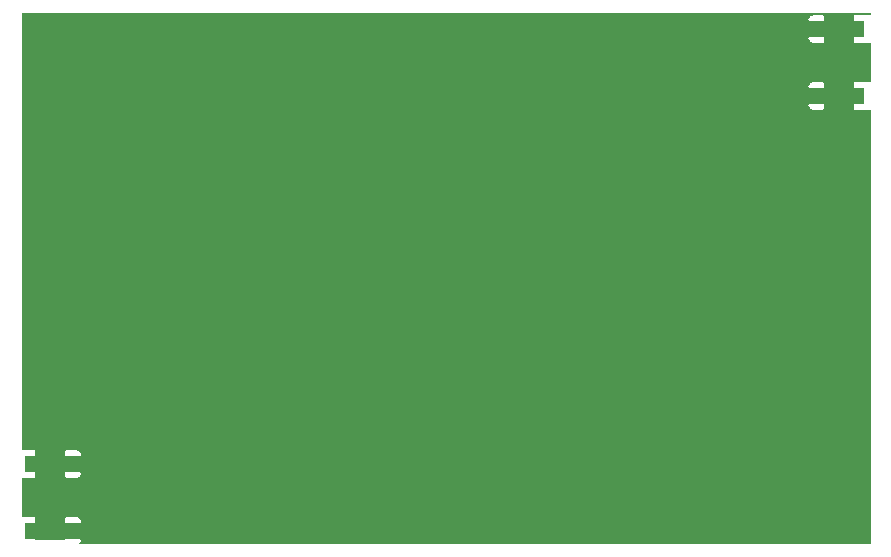
<source format=gbr>
%TF.GenerationSoftware,KiCad,Pcbnew,(5.1.5)-3*%
%TF.CreationDate,2020-11-10T23:28:25+01:00*%
%TF.ProjectId,Microstrip Filter,4d696372-6f73-4747-9269-702046696c74,1*%
%TF.SameCoordinates,Original*%
%TF.FileFunction,Copper,L2,Bot*%
%TF.FilePolarity,Positive*%
%FSLAX46Y46*%
G04 Gerber Fmt 4.6, Leading zero omitted, Abs format (unit mm)*
G04 Created by KiCad (PCBNEW (5.1.5)-3) date 2020-11-10 23:28:25*
%MOMM*%
%LPD*%
G04 APERTURE LIST*
%TA.AperFunction,SMDPad,CuDef*%
%ADD10R,4.200000X1.350000*%
%TD*%
%TA.AperFunction,Conductor*%
%ADD11C,0.100000*%
%TD*%
G04 APERTURE END LIST*
D10*
%TO.P,J1,2*%
%TO.N,GND*%
X30988000Y-66263000D03*
X30988000Y-71913000D03*
%TD*%
%TO.P,J2,2*%
%TO.N,GND*%
X97790000Y-29433000D03*
X97790000Y-35083000D03*
%TD*%
D11*
%TO.N,GND*%
G36*
X100409001Y-28212998D02*
G01*
X100013357Y-28212998D01*
X99989025Y-28206114D01*
X99879455Y-28197399D01*
X99149500Y-28200000D01*
X99136502Y-28212998D01*
X99030000Y-28212998D01*
X99030000Y-28319500D01*
X99010000Y-28339500D01*
X99010000Y-28808000D01*
X99030000Y-28808000D01*
X99030000Y-30058000D01*
X99010000Y-30058000D01*
X99010000Y-30526500D01*
X99030000Y-30546500D01*
X99030000Y-30653002D01*
X99136502Y-30653002D01*
X99149500Y-30666000D01*
X99879455Y-30668601D01*
X99989025Y-30659886D01*
X100013357Y-30653002D01*
X100409001Y-30653002D01*
X100409001Y-33862998D01*
X100013357Y-33862998D01*
X99989025Y-33856114D01*
X99879455Y-33847399D01*
X99149500Y-33850000D01*
X99136502Y-33862998D01*
X99030000Y-33862998D01*
X99030000Y-33969500D01*
X99010000Y-33989500D01*
X99010000Y-34458000D01*
X99030000Y-34458000D01*
X99030000Y-35708000D01*
X99010000Y-35708000D01*
X99010000Y-36176500D01*
X99030000Y-36196500D01*
X99030000Y-36303002D01*
X99136502Y-36303002D01*
X99149500Y-36316000D01*
X99879455Y-36318601D01*
X99989025Y-36309886D01*
X100013357Y-36303002D01*
X100409001Y-36303002D01*
X100409000Y-72977000D01*
X33489619Y-72977000D01*
X33548264Y-72908221D01*
X33601892Y-72812275D01*
X33635772Y-72707710D01*
X33646000Y-72677500D01*
X33506500Y-72538000D01*
X32208000Y-72538000D01*
X32208000Y-72588000D01*
X29768000Y-72588000D01*
X29768000Y-72538000D01*
X29748000Y-72538000D01*
X29748000Y-71288000D01*
X29768000Y-71288000D01*
X29768000Y-70819500D01*
X32208000Y-70819500D01*
X32208000Y-71288000D01*
X33506500Y-71288000D01*
X33646000Y-71148500D01*
X33635772Y-71118290D01*
X33601892Y-71013725D01*
X33548264Y-70917779D01*
X33476948Y-70834139D01*
X33390685Y-70766019D01*
X33292790Y-70716037D01*
X33187025Y-70686114D01*
X33077455Y-70677399D01*
X32347500Y-70680000D01*
X32208000Y-70819500D01*
X29768000Y-70819500D01*
X29748000Y-70799500D01*
X29748000Y-70692998D01*
X29641498Y-70692998D01*
X29628500Y-70680000D01*
X28898545Y-70677399D01*
X28788975Y-70686114D01*
X28764643Y-70692998D01*
X28623000Y-70692998D01*
X28623000Y-67483002D01*
X28764643Y-67483002D01*
X28788975Y-67489886D01*
X28898545Y-67498601D01*
X29628500Y-67496000D01*
X29641498Y-67483002D01*
X29748000Y-67483002D01*
X29748000Y-67376500D01*
X29768000Y-67356500D01*
X29768000Y-66888000D01*
X32208000Y-66888000D01*
X32208000Y-67356500D01*
X32347500Y-67496000D01*
X33077455Y-67498601D01*
X33187025Y-67489886D01*
X33292790Y-67459963D01*
X33390685Y-67409981D01*
X33476948Y-67341861D01*
X33548264Y-67258221D01*
X33601892Y-67162275D01*
X33635772Y-67057710D01*
X33646000Y-67027500D01*
X33506500Y-66888000D01*
X32208000Y-66888000D01*
X29768000Y-66888000D01*
X29748000Y-66888000D01*
X29748000Y-65638000D01*
X29768000Y-65638000D01*
X29768000Y-65169500D01*
X32208000Y-65169500D01*
X32208000Y-65638000D01*
X33506500Y-65638000D01*
X33646000Y-65498500D01*
X33635772Y-65468290D01*
X33601892Y-65363725D01*
X33548264Y-65267779D01*
X33476948Y-65184139D01*
X33390685Y-65116019D01*
X33292790Y-65066037D01*
X33187025Y-65036114D01*
X33077455Y-65027399D01*
X32347500Y-65030000D01*
X32208000Y-65169500D01*
X29768000Y-65169500D01*
X29748000Y-65149500D01*
X29748000Y-65042998D01*
X29641498Y-65042998D01*
X29628500Y-65030000D01*
X28898545Y-65027399D01*
X28788975Y-65036114D01*
X28764643Y-65042998D01*
X28623000Y-65042998D01*
X28623000Y-35847500D01*
X95132000Y-35847500D01*
X95142228Y-35877710D01*
X95176108Y-35982275D01*
X95229736Y-36078221D01*
X95301052Y-36161861D01*
X95387315Y-36229981D01*
X95485210Y-36279963D01*
X95590975Y-36309886D01*
X95700545Y-36318601D01*
X96430500Y-36316000D01*
X96570000Y-36176500D01*
X96570000Y-35708000D01*
X95271500Y-35708000D01*
X95132000Y-35847500D01*
X28623000Y-35847500D01*
X28623000Y-34318500D01*
X95132000Y-34318500D01*
X95271500Y-34458000D01*
X96570000Y-34458000D01*
X96570000Y-33989500D01*
X96430500Y-33850000D01*
X95700545Y-33847399D01*
X95590975Y-33856114D01*
X95485210Y-33886037D01*
X95387315Y-33936019D01*
X95301052Y-34004139D01*
X95229736Y-34087779D01*
X95176108Y-34183725D01*
X95142228Y-34288290D01*
X95132000Y-34318500D01*
X28623000Y-34318500D01*
X28623000Y-30197500D01*
X95132000Y-30197500D01*
X95142228Y-30227710D01*
X95176108Y-30332275D01*
X95229736Y-30428221D01*
X95301052Y-30511861D01*
X95387315Y-30579981D01*
X95485210Y-30629963D01*
X95590975Y-30659886D01*
X95700545Y-30668601D01*
X96430500Y-30666000D01*
X96570000Y-30526500D01*
X96570000Y-30058000D01*
X95271500Y-30058000D01*
X95132000Y-30197500D01*
X28623000Y-30197500D01*
X28623000Y-28668500D01*
X95132000Y-28668500D01*
X95271500Y-28808000D01*
X96570000Y-28808000D01*
X96570000Y-28339500D01*
X96430500Y-28200000D01*
X95700545Y-28197399D01*
X95590975Y-28206114D01*
X95485210Y-28236037D01*
X95387315Y-28286019D01*
X95301052Y-28354139D01*
X95229736Y-28437779D01*
X95176108Y-28533725D01*
X95142228Y-28638290D01*
X95132000Y-28668500D01*
X28623000Y-28668500D01*
X28623000Y-28115000D01*
X100409001Y-28115000D01*
X100409001Y-28212998D01*
G37*
X100409001Y-28212998D02*
X100013357Y-28212998D01*
X99989025Y-28206114D01*
X99879455Y-28197399D01*
X99149500Y-28200000D01*
X99136502Y-28212998D01*
X99030000Y-28212998D01*
X99030000Y-28319500D01*
X99010000Y-28339500D01*
X99010000Y-28808000D01*
X99030000Y-28808000D01*
X99030000Y-30058000D01*
X99010000Y-30058000D01*
X99010000Y-30526500D01*
X99030000Y-30546500D01*
X99030000Y-30653002D01*
X99136502Y-30653002D01*
X99149500Y-30666000D01*
X99879455Y-30668601D01*
X99989025Y-30659886D01*
X100013357Y-30653002D01*
X100409001Y-30653002D01*
X100409001Y-33862998D01*
X100013357Y-33862998D01*
X99989025Y-33856114D01*
X99879455Y-33847399D01*
X99149500Y-33850000D01*
X99136502Y-33862998D01*
X99030000Y-33862998D01*
X99030000Y-33969500D01*
X99010000Y-33989500D01*
X99010000Y-34458000D01*
X99030000Y-34458000D01*
X99030000Y-35708000D01*
X99010000Y-35708000D01*
X99010000Y-36176500D01*
X99030000Y-36196500D01*
X99030000Y-36303002D01*
X99136502Y-36303002D01*
X99149500Y-36316000D01*
X99879455Y-36318601D01*
X99989025Y-36309886D01*
X100013357Y-36303002D01*
X100409001Y-36303002D01*
X100409000Y-72977000D01*
X33489619Y-72977000D01*
X33548264Y-72908221D01*
X33601892Y-72812275D01*
X33635772Y-72707710D01*
X33646000Y-72677500D01*
X33506500Y-72538000D01*
X32208000Y-72538000D01*
X32208000Y-72588000D01*
X29768000Y-72588000D01*
X29768000Y-72538000D01*
X29748000Y-72538000D01*
X29748000Y-71288000D01*
X29768000Y-71288000D01*
X29768000Y-70819500D01*
X32208000Y-70819500D01*
X32208000Y-71288000D01*
X33506500Y-71288000D01*
X33646000Y-71148500D01*
X33635772Y-71118290D01*
X33601892Y-71013725D01*
X33548264Y-70917779D01*
X33476948Y-70834139D01*
X33390685Y-70766019D01*
X33292790Y-70716037D01*
X33187025Y-70686114D01*
X33077455Y-70677399D01*
X32347500Y-70680000D01*
X32208000Y-70819500D01*
X29768000Y-70819500D01*
X29748000Y-70799500D01*
X29748000Y-70692998D01*
X29641498Y-70692998D01*
X29628500Y-70680000D01*
X28898545Y-70677399D01*
X28788975Y-70686114D01*
X28764643Y-70692998D01*
X28623000Y-70692998D01*
X28623000Y-67483002D01*
X28764643Y-67483002D01*
X28788975Y-67489886D01*
X28898545Y-67498601D01*
X29628500Y-67496000D01*
X29641498Y-67483002D01*
X29748000Y-67483002D01*
X29748000Y-67376500D01*
X29768000Y-67356500D01*
X29768000Y-66888000D01*
X32208000Y-66888000D01*
X32208000Y-67356500D01*
X32347500Y-67496000D01*
X33077455Y-67498601D01*
X33187025Y-67489886D01*
X33292790Y-67459963D01*
X33390685Y-67409981D01*
X33476948Y-67341861D01*
X33548264Y-67258221D01*
X33601892Y-67162275D01*
X33635772Y-67057710D01*
X33646000Y-67027500D01*
X33506500Y-66888000D01*
X32208000Y-66888000D01*
X29768000Y-66888000D01*
X29748000Y-66888000D01*
X29748000Y-65638000D01*
X29768000Y-65638000D01*
X29768000Y-65169500D01*
X32208000Y-65169500D01*
X32208000Y-65638000D01*
X33506500Y-65638000D01*
X33646000Y-65498500D01*
X33635772Y-65468290D01*
X33601892Y-65363725D01*
X33548264Y-65267779D01*
X33476948Y-65184139D01*
X33390685Y-65116019D01*
X33292790Y-65066037D01*
X33187025Y-65036114D01*
X33077455Y-65027399D01*
X32347500Y-65030000D01*
X32208000Y-65169500D01*
X29768000Y-65169500D01*
X29748000Y-65149500D01*
X29748000Y-65042998D01*
X29641498Y-65042998D01*
X29628500Y-65030000D01*
X28898545Y-65027399D01*
X28788975Y-65036114D01*
X28764643Y-65042998D01*
X28623000Y-65042998D01*
X28623000Y-35847500D01*
X95132000Y-35847500D01*
X95142228Y-35877710D01*
X95176108Y-35982275D01*
X95229736Y-36078221D01*
X95301052Y-36161861D01*
X95387315Y-36229981D01*
X95485210Y-36279963D01*
X95590975Y-36309886D01*
X95700545Y-36318601D01*
X96430500Y-36316000D01*
X96570000Y-36176500D01*
X96570000Y-35708000D01*
X95271500Y-35708000D01*
X95132000Y-35847500D01*
X28623000Y-35847500D01*
X28623000Y-34318500D01*
X95132000Y-34318500D01*
X95271500Y-34458000D01*
X96570000Y-34458000D01*
X96570000Y-33989500D01*
X96430500Y-33850000D01*
X95700545Y-33847399D01*
X95590975Y-33856114D01*
X95485210Y-33886037D01*
X95387315Y-33936019D01*
X95301052Y-34004139D01*
X95229736Y-34087779D01*
X95176108Y-34183725D01*
X95142228Y-34288290D01*
X95132000Y-34318500D01*
X28623000Y-34318500D01*
X28623000Y-30197500D01*
X95132000Y-30197500D01*
X95142228Y-30227710D01*
X95176108Y-30332275D01*
X95229736Y-30428221D01*
X95301052Y-30511861D01*
X95387315Y-30579981D01*
X95485210Y-30629963D01*
X95590975Y-30659886D01*
X95700545Y-30668601D01*
X96430500Y-30666000D01*
X96570000Y-30526500D01*
X96570000Y-30058000D01*
X95271500Y-30058000D01*
X95132000Y-30197500D01*
X28623000Y-30197500D01*
X28623000Y-28668500D01*
X95132000Y-28668500D01*
X95271500Y-28808000D01*
X96570000Y-28808000D01*
X96570000Y-28339500D01*
X96430500Y-28200000D01*
X95700545Y-28197399D01*
X95590975Y-28206114D01*
X95485210Y-28236037D01*
X95387315Y-28286019D01*
X95301052Y-28354139D01*
X95229736Y-28437779D01*
X95176108Y-28533725D01*
X95142228Y-28638290D01*
X95132000Y-28668500D01*
X28623000Y-28668500D01*
X28623000Y-28115000D01*
X100409001Y-28115000D01*
X100409001Y-28212998D01*
%TD*%
M02*

</source>
